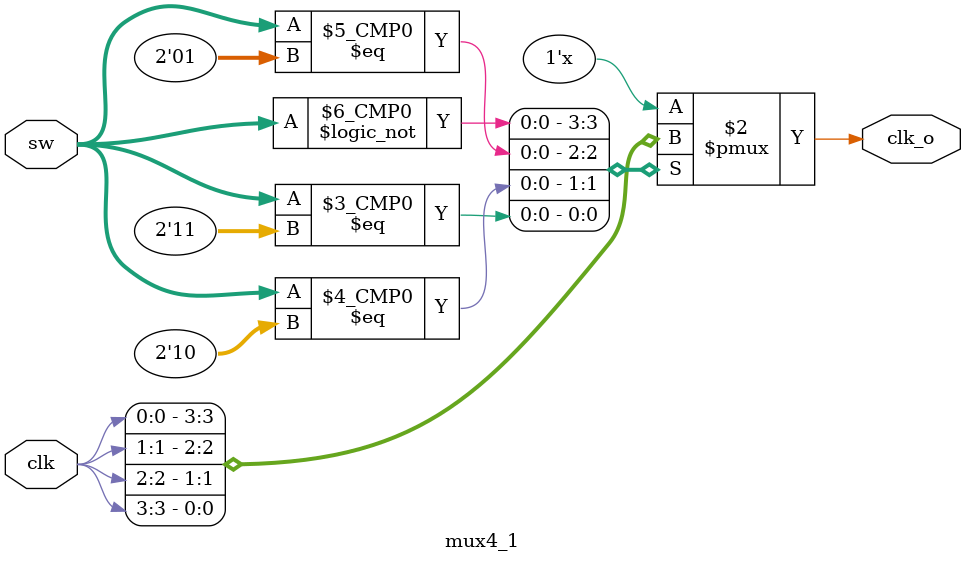
<source format=v>
`timescale 1ns / 1ps
module mux4_1(
	input [3:0] clk,
	input [1:0] sw,
	output reg clk_o
    );
always @(clk, sw)
	case (sw)
		0: clk_o = clk[0];
		1: clk_o = clk[1];
		2: clk_o = clk[2];
		3: clk_o = clk[3];
		default: clk_o = 1'bx;
	endcase
endmodule


</source>
